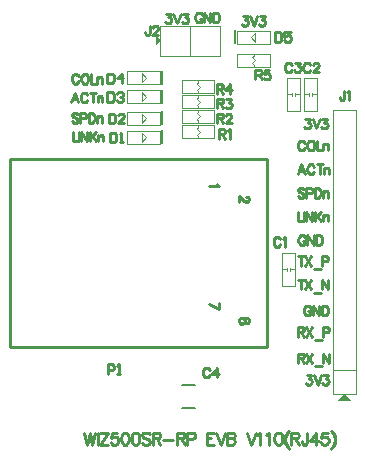
<source format=gto>
G04*
G04 #@! TF.GenerationSoftware,Altium Limited,Altium Designer,21.3.1 (25)*
G04*
G04 Layer_Color=65535*
%FSLAX44Y44*%
%MOMM*%
G71*
G04*
G04 #@! TF.SameCoordinates,1899EECA-0796-468C-8384-63A2F62C21E4*
G04*
G04*
G04 #@! TF.FilePolarity,Positive*
G04*
G01*
G75*
%ADD10C,0.2540*%
%ADD11C,0.2000*%
%ADD12C,0.1000*%
%ADD13C,0.2500*%
%ADD14R,0.2410X1.2000*%
G36*
X235000Y100000D02*
X245000D01*
X240000Y105000D01*
X235000Y100000D01*
D02*
G37*
G36*
X84120Y404320D02*
X80720Y407720D01*
Y400920D01*
X84120Y404320D01*
D02*
G37*
D10*
X-42900Y144500D02*
X174300D01*
X-42900Y303500D02*
X174300D01*
Y144500D02*
Y303500D01*
X-42900Y144500D02*
Y303500D01*
D11*
X102749Y93251D02*
X113749D01*
X102749Y112251D02*
X113749D01*
D12*
X148751Y401251D02*
Y412251D01*
Y401251D02*
X176751D01*
X164529Y402941D02*
Y410561D01*
X160719Y406751D02*
X164529Y410561D01*
X160719Y406751D02*
X164529Y402941D01*
X176751Y401251D02*
Y412251D01*
X148751D02*
X176751D01*
X84249Y332749D02*
Y343749D01*
X56249D02*
X84249D01*
X68471Y334439D02*
Y342059D01*
Y334439D02*
X72281Y338249D01*
X68471Y342059D02*
X72281Y338249D01*
X56249Y332749D02*
Y343749D01*
Y332749D02*
X84249D01*
X84249Y316749D02*
Y327749D01*
X56249D02*
X84249D01*
X68471Y318439D02*
Y326059D01*
Y318439D02*
X72281Y322249D01*
X68471Y326059D02*
X72281Y322249D01*
X56249Y316749D02*
Y327749D01*
Y316749D02*
X84249D01*
X84249Y350749D02*
Y361749D01*
X56249D02*
X84249D01*
X68471Y352439D02*
Y360059D01*
Y352439D02*
X72281Y356249D01*
X68471Y360059D02*
X72281Y356249D01*
X56249Y350749D02*
Y361749D01*
Y350749D02*
X84249D01*
X84249Y366749D02*
Y377749D01*
X56249D02*
X84249D01*
X68471Y368439D02*
Y376059D01*
Y368439D02*
X72281Y372249D01*
X68471Y376059D02*
X72281Y372249D01*
X56249Y366749D02*
Y377749D01*
Y366749D02*
X84249D01*
X202484Y344527D02*
Y372277D01*
X191484Y344527D02*
X202484D01*
X199484Y372277D02*
X202484D01*
X191484Y344527D02*
Y372277D01*
X194484D01*
X193984D02*
X199984D01*
X195714Y357257D02*
Y359797D01*
X198254Y357257D02*
Y359797D01*
X191609Y358527D02*
X195714D01*
X198254D02*
X202359D01*
X205790Y344710D02*
Y372460D01*
X216790D01*
X205790Y344710D02*
X208790D01*
X216790D02*
Y372460D01*
X213790Y344710D02*
X216790D01*
X208290D02*
X214290D01*
X212560Y357190D02*
Y359730D01*
X210020Y357190D02*
Y359730D01*
X212560Y358460D02*
X216665D01*
X205915D02*
X210020D01*
X187516Y196471D02*
Y224221D01*
X198516D01*
X187516Y196471D02*
X190516D01*
X198516D02*
Y224221D01*
X195516Y196471D02*
X198516D01*
X190016D02*
X196016D01*
X194286Y208951D02*
Y211491D01*
X191746Y208951D02*
Y211491D01*
X194286Y210221D02*
X198391D01*
X187641D02*
X191746D01*
X149249Y381749D02*
X176999D01*
X149249D02*
Y392749D01*
X176999Y381749D02*
Y384749D01*
X163249Y381749D02*
Y383539D01*
X161979Y384709D02*
X163249Y383439D01*
X149249Y392749D02*
X176999D01*
X163249Y391059D02*
Y392749D01*
X176999Y389749D02*
Y392749D01*
Y384249D02*
Y390249D01*
X161979Y389789D02*
X163249Y391059D01*
X161979Y389789D02*
X164519Y387249D01*
X161979Y384709D02*
X164519Y387249D01*
X102249Y334249D02*
X129999D01*
X102249D02*
Y345249D01*
X129999Y334249D02*
Y337249D01*
X116249Y334249D02*
Y336039D01*
X114979Y337209D02*
X116249Y335939D01*
X102249Y345249D02*
X129999D01*
X116249Y343559D02*
Y345249D01*
X129999Y342249D02*
Y345249D01*
Y336749D02*
Y342749D01*
X114979Y342289D02*
X116249Y343559D01*
X114979Y342289D02*
X117519Y339749D01*
X114979Y337209D02*
X117519Y339749D01*
X84320Y391220D02*
Y416620D01*
Y403920D02*
Y404320D01*
X135120Y391220D02*
Y416620D01*
X84320Y391220D02*
X135120D01*
X109720D02*
Y416620D01*
X84320D02*
X135120D01*
X84120Y404320D02*
X84320D01*
X80720Y407920D02*
X84320Y404320D01*
X80720Y400920D02*
X84120Y404320D01*
X80720Y400920D02*
Y407920D01*
X230000Y125000D02*
X250000D01*
X240000Y105000D02*
X245000Y100000D01*
X235000D02*
X245000D01*
X235000D02*
X240000Y105000D01*
Y105000D01*
X230000Y345000D02*
X250000D01*
X250000Y105000D02*
Y345000D01*
X230000Y105000D02*
Y345000D01*
Y105000D02*
X250000D01*
X114979Y362209D02*
X117519Y364749D01*
X114979Y367289D02*
X117519Y364749D01*
X114979Y367289D02*
X116249Y368559D01*
X129999Y361749D02*
Y367749D01*
Y367249D02*
Y370249D01*
X116249Y368559D02*
Y370249D01*
X102249D02*
X129999D01*
X114979Y362209D02*
X116249Y360939D01*
Y359249D02*
Y361039D01*
X129999Y359249D02*
Y362249D01*
X102249Y359249D02*
Y370249D01*
Y359249D02*
X129999D01*
X114979Y349709D02*
X117519Y352249D01*
X114979Y354789D02*
X117519Y352249D01*
X114979Y354789D02*
X116249Y356059D01*
X129999Y349249D02*
Y355249D01*
Y354749D02*
Y357749D01*
X116249Y356059D02*
Y357749D01*
X102249D02*
X129999D01*
X114979Y349709D02*
X116249Y348439D01*
Y346749D02*
Y348539D01*
X129999Y346749D02*
Y349749D01*
X102249Y346749D02*
Y357749D01*
Y346749D02*
X129999D01*
X114979Y324209D02*
X117519Y326749D01*
X114979Y329289D02*
X117519Y326749D01*
X114979Y329289D02*
X116249Y330559D01*
X129999Y323749D02*
Y329749D01*
Y329249D02*
Y332249D01*
X116249Y330559D02*
Y332249D01*
X102249D02*
X129999D01*
X114979Y324209D02*
X116249Y322939D01*
Y321249D02*
Y323039D01*
X129999Y321249D02*
Y324249D01*
X102249Y321249D02*
Y332249D01*
Y321249D02*
X129999D01*
D13*
X39668Y122001D02*
Y129999D01*
X43667D01*
X45000Y128666D01*
Y126000D01*
X43667Y124667D01*
X39668D01*
X47666Y122001D02*
X50332D01*
X48999D01*
Y129999D01*
X47666Y128666D01*
X132065Y282420D02*
X132446Y281658D01*
X133588Y280516D01*
X125590D01*
X157084Y271879D02*
X157465D01*
X158227Y271498D01*
X158607Y271117D01*
X158988Y270356D01*
Y268832D01*
X158607Y268070D01*
X158227Y267690D01*
X157465Y267309D01*
X156703D01*
X155941Y267690D01*
X154799Y268451D01*
X150990Y272260D01*
Y266928D01*
X158988Y167486D02*
X158607Y168628D01*
X157846Y169009D01*
X157084D01*
X156322Y168628D01*
X155941Y167866D01*
X155560Y166343D01*
X155180Y165200D01*
X154418Y164439D01*
X153656Y164058D01*
X152514D01*
X151752Y164439D01*
X151371Y164820D01*
X150990Y165962D01*
Y167486D01*
X151371Y168628D01*
X151752Y169009D01*
X152514Y169390D01*
X153656D01*
X154418Y169009D01*
X155180Y168247D01*
X155560Y167105D01*
X155941Y165581D01*
X156322Y164820D01*
X157084Y164439D01*
X157846D01*
X158607Y164820D01*
X158988Y165962D01*
Y167486D01*
X133588Y176758D02*
X125590Y180567D01*
X133588Y182090D02*
Y176758D01*
X10012Y326500D02*
Y318502D01*
X14583D01*
X15459Y326500D02*
Y318502D01*
X17135Y326500D02*
Y318502D01*
Y326500D02*
X22467Y318502D01*
Y326500D02*
Y318502D01*
X24676Y326500D02*
Y318502D01*
X30008Y326500D02*
X24676Y321168D01*
X26580Y323072D02*
X30008Y318502D01*
X31798Y323834D02*
Y318502D01*
Y322310D02*
X32941Y323453D01*
X33702Y323834D01*
X34845D01*
X35607Y323453D01*
X35988Y322310D01*
Y318502D01*
X206973Y337500D02*
X211163D01*
X208878Y334453D01*
X210020D01*
X210782Y334072D01*
X211163Y333691D01*
X211544Y332549D01*
Y331787D01*
X211163Y330644D01*
X210401Y329883D01*
X209259Y329502D01*
X208116D01*
X206973Y329883D01*
X206593Y330263D01*
X206212Y331025D01*
X213334Y337500D02*
X216381Y329502D01*
X219428Y337500D02*
X216381Y329502D01*
X221218Y337500D02*
X225408D01*
X223122Y334453D01*
X224265D01*
X225027Y334072D01*
X225408Y333691D01*
X225788Y332549D01*
Y331787D01*
X225408Y330644D01*
X224646Y329883D01*
X223503Y329502D01*
X222361D01*
X221218Y329883D01*
X220837Y330263D01*
X220456Y331025D01*
X153973Y424500D02*
X158163D01*
X155878Y421453D01*
X157020D01*
X157782Y421072D01*
X158163Y420691D01*
X158544Y419549D01*
Y418787D01*
X158163Y417644D01*
X157401Y416883D01*
X156259Y416502D01*
X155116D01*
X153973Y416883D01*
X153593Y417263D01*
X153212Y418025D01*
X160334Y424500D02*
X163381Y416502D01*
X166428Y424500D02*
X163381Y416502D01*
X168218Y424500D02*
X172407D01*
X170122Y421453D01*
X171265D01*
X172027Y421072D01*
X172407Y420691D01*
X172788Y419549D01*
Y418787D01*
X172407Y417644D01*
X171646Y416883D01*
X170503Y416502D01*
X169361D01*
X168218Y416883D01*
X167837Y417263D01*
X167456Y418025D01*
X14554Y341357D02*
X13792Y342119D01*
X12650Y342500D01*
X11126D01*
X9984Y342119D01*
X9222Y341357D01*
Y340596D01*
X9603Y339834D01*
X9984Y339453D01*
X10745Y339072D01*
X13031Y338310D01*
X13792Y337930D01*
X14173Y337549D01*
X14554Y336787D01*
Y335644D01*
X13792Y334883D01*
X12650Y334502D01*
X11126D01*
X9984Y334883D01*
X9222Y335644D01*
X16344Y338310D02*
X19772D01*
X20914Y338691D01*
X21295Y339072D01*
X21676Y339834D01*
Y340976D01*
X21295Y341738D01*
X20914Y342119D01*
X19772Y342500D01*
X16344D01*
Y334502D01*
X23466Y342500D02*
Y334502D01*
Y342500D02*
X26133D01*
X27275Y342119D01*
X28037Y341357D01*
X28418Y340596D01*
X28799Y339453D01*
Y337549D01*
X28418Y336406D01*
X28037Y335644D01*
X27275Y334883D01*
X26133Y334502D01*
X23466D01*
X30589Y339834D02*
Y334502D01*
Y338310D02*
X31731Y339453D01*
X32493Y339834D01*
X33636D01*
X34397Y339453D01*
X34778Y338310D01*
Y334502D01*
X14935Y373596D02*
X14554Y374357D01*
X13792Y375119D01*
X13031Y375500D01*
X11507D01*
X10745Y375119D01*
X9984Y374357D01*
X9603Y373596D01*
X9222Y372453D01*
Y370549D01*
X9603Y369406D01*
X9984Y368644D01*
X10745Y367883D01*
X11507Y367502D01*
X13031D01*
X13792Y367883D01*
X14554Y368644D01*
X14935Y369406D01*
X19467Y375500D02*
X18706Y375119D01*
X17944Y374357D01*
X17563Y373596D01*
X17182Y372453D01*
Y370549D01*
X17563Y369406D01*
X17944Y368644D01*
X18706Y367883D01*
X19467Y367502D01*
X20991D01*
X21753Y367883D01*
X22514Y368644D01*
X22895Y369406D01*
X23276Y370549D01*
Y372453D01*
X22895Y373596D01*
X22514Y374357D01*
X21753Y375119D01*
X20991Y375500D01*
X19467D01*
X25142D02*
Y367502D01*
X29713D01*
X30589Y372834D02*
Y367502D01*
Y371310D02*
X31731Y372453D01*
X32493Y372834D01*
X33636D01*
X34397Y372453D01*
X34778Y371310D01*
Y367502D01*
X14897Y351502D02*
X11850Y359500D01*
X8803Y351502D01*
X9945Y354168D02*
X13754D01*
X22476Y357596D02*
X22095Y358357D01*
X21333Y359119D01*
X20572Y359500D01*
X19048D01*
X18286Y359119D01*
X17525Y358357D01*
X17144Y357596D01*
X16763Y356453D01*
Y354549D01*
X17144Y353406D01*
X17525Y352644D01*
X18286Y351883D01*
X19048Y351502D01*
X20572D01*
X21333Y351883D01*
X22095Y352644D01*
X22476Y353406D01*
X27389Y359500D02*
Y351502D01*
X24723Y359500D02*
X30055D01*
X31008Y356834D02*
Y351502D01*
Y355310D02*
X32150Y356453D01*
X32912Y356834D01*
X34055D01*
X34816Y356453D01*
X35197Y355310D01*
Y351502D01*
X88973Y426500D02*
X93163D01*
X90878Y423453D01*
X92020D01*
X92782Y423072D01*
X93163Y422691D01*
X93544Y421549D01*
Y420787D01*
X93163Y419644D01*
X92401Y418883D01*
X91259Y418502D01*
X90116D01*
X88973Y418883D01*
X88593Y419263D01*
X88212Y420025D01*
X95334Y426500D02*
X98381Y418502D01*
X101428Y426500D02*
X98381Y418502D01*
X103218Y426500D02*
X107408D01*
X105122Y423453D01*
X106265D01*
X107027Y423072D01*
X107408Y422691D01*
X107788Y421549D01*
Y420787D01*
X107408Y419644D01*
X106646Y418883D01*
X105503Y418502D01*
X104361D01*
X103218Y418883D01*
X102837Y419263D01*
X102456Y420025D01*
X119506Y425596D02*
X119125Y426357D01*
X118363Y427119D01*
X117601Y427500D01*
X116078D01*
X115316Y427119D01*
X114554Y426357D01*
X114173Y425596D01*
X113793Y424453D01*
Y422549D01*
X114173Y421406D01*
X114554Y420644D01*
X115316Y419883D01*
X116078Y419502D01*
X117601D01*
X118363Y419883D01*
X119125Y420644D01*
X119506Y421406D01*
Y422549D01*
X117601D02*
X119506D01*
X121334Y427500D02*
Y419502D01*
Y427500D02*
X126666Y419502D01*
Y427500D02*
Y419502D01*
X128875Y427500D02*
Y419502D01*
Y427500D02*
X131541D01*
X132684Y427119D01*
X133446Y426357D01*
X133827Y425596D01*
X134207Y424453D01*
Y422549D01*
X133827Y421406D01*
X133446Y420644D01*
X132684Y419883D01*
X131541Y419502D01*
X128875D01*
X19500Y71831D02*
X21880Y61833D01*
X24261Y71831D02*
X21880Y61833D01*
X24261Y71831D02*
X26641Y61833D01*
X29022Y71831D02*
X26641Y61833D01*
X31021Y71831D02*
Y61833D01*
X39781Y71831D02*
X33116Y61833D01*
Y71831D02*
X39781D01*
X33116Y61833D02*
X39781D01*
X47732Y71831D02*
X42971D01*
X42495Y67546D01*
X42971Y68022D01*
X44399Y68498D01*
X45828D01*
X47256Y68022D01*
X48208Y67070D01*
X48684Y65641D01*
Y64689D01*
X48208Y63261D01*
X47256Y62309D01*
X45828Y61833D01*
X44399D01*
X42971Y62309D01*
X42495Y62785D01*
X42019Y63737D01*
X53778Y71831D02*
X52350Y71354D01*
X51398Y69926D01*
X50922Y67546D01*
Y66117D01*
X51398Y63737D01*
X52350Y62309D01*
X53778Y61833D01*
X54731D01*
X56159Y62309D01*
X57111Y63737D01*
X57587Y66117D01*
Y67546D01*
X57111Y69926D01*
X56159Y71354D01*
X54731Y71831D01*
X53778D01*
X62681D02*
X61253Y71354D01*
X60301Y69926D01*
X59825Y67546D01*
Y66117D01*
X60301Y63737D01*
X61253Y62309D01*
X62681Y61833D01*
X63633D01*
X65062Y62309D01*
X66014Y63737D01*
X66490Y66117D01*
Y67546D01*
X66014Y69926D01*
X65062Y71354D01*
X63633Y71831D01*
X62681D01*
X75393Y70402D02*
X74441Y71354D01*
X73012Y71831D01*
X71108D01*
X69680Y71354D01*
X68727Y70402D01*
Y69450D01*
X69204Y68498D01*
X69680Y68022D01*
X70632Y67546D01*
X73488Y66593D01*
X74441Y66117D01*
X74917Y65641D01*
X75393Y64689D01*
Y63261D01*
X74441Y62309D01*
X73012Y61833D01*
X71108D01*
X69680Y62309D01*
X68727Y63261D01*
X77630Y71831D02*
Y61833D01*
Y71831D02*
X81915D01*
X83343Y71354D01*
X83820Y70878D01*
X84296Y69926D01*
Y68974D01*
X83820Y68022D01*
X83343Y67546D01*
X81915Y67070D01*
X77630D01*
X80963D02*
X84296Y61833D01*
X86533Y66117D02*
X95103D01*
X98055Y71831D02*
Y61833D01*
Y71831D02*
X102339D01*
X103768Y71354D01*
X104244Y70878D01*
X104720Y69926D01*
Y68974D01*
X104244Y68022D01*
X103768Y67546D01*
X102339Y67070D01*
X98055D01*
X101387D02*
X104720Y61833D01*
X106957Y66593D02*
X111242D01*
X112670Y67070D01*
X113146Y67546D01*
X113623Y68498D01*
Y69926D01*
X113146Y70878D01*
X112670Y71354D01*
X111242Y71831D01*
X106957D01*
Y61833D01*
X129905Y71831D02*
X123716D01*
Y61833D01*
X129905D01*
X123716Y67070D02*
X127524D01*
X131571Y71831D02*
X135380Y61833D01*
X139189Y71831D02*
X135380Y61833D01*
X140474Y71831D02*
Y61833D01*
Y71831D02*
X144759D01*
X146187Y71354D01*
X146663Y70878D01*
X147139Y69926D01*
Y68974D01*
X146663Y68022D01*
X146187Y67546D01*
X144759Y67070D01*
X140474D02*
X144759D01*
X146187Y66593D01*
X146663Y66117D01*
X147139Y65165D01*
Y63737D01*
X146663Y62785D01*
X146187Y62309D01*
X144759Y61833D01*
X140474D01*
X157232Y71831D02*
X161041Y61833D01*
X164850Y71831D02*
X161041Y61833D01*
X166135Y69926D02*
X167087Y70402D01*
X168516Y71831D01*
Y61833D01*
X173467Y69926D02*
X174419Y70402D01*
X175847Y71831D01*
Y61833D01*
X183655Y71831D02*
X182227Y71354D01*
X181275Y69926D01*
X180799Y67546D01*
Y66117D01*
X181275Y63737D01*
X182227Y62309D01*
X183655Y61833D01*
X184607D01*
X186036Y62309D01*
X186988Y63737D01*
X187464Y66117D01*
Y67546D01*
X186988Y69926D01*
X186036Y71354D01*
X184607Y71831D01*
X183655D01*
X193034Y73735D02*
X192082Y72783D01*
X191130Y71354D01*
X190178Y69450D01*
X189702Y67070D01*
Y65165D01*
X190178Y62785D01*
X191130Y60880D01*
X192082Y59452D01*
X193034Y58500D01*
X192082Y72783D02*
X191130Y70878D01*
X190654Y69450D01*
X190178Y67070D01*
Y65165D01*
X190654Y62785D01*
X191130Y61357D01*
X192082Y59452D01*
X194939Y71831D02*
Y61833D01*
Y71831D02*
X199223D01*
X200652Y71354D01*
X201128Y70878D01*
X201604Y69926D01*
Y68974D01*
X201128Y68022D01*
X200652Y67546D01*
X199223Y67070D01*
X194939D01*
X198271D02*
X201604Y61833D01*
X208602Y71831D02*
Y64213D01*
X208126Y62785D01*
X207650Y62309D01*
X206698Y61833D01*
X205746D01*
X204793Y62309D01*
X204317Y62785D01*
X203841Y64213D01*
Y65165D01*
X215934Y71831D02*
X211173Y65165D01*
X218314D01*
X215934Y71831D02*
Y61833D01*
X225789Y71831D02*
X221028D01*
X220552Y67546D01*
X221028Y68022D01*
X222456Y68498D01*
X223885D01*
X225313Y68022D01*
X226265Y67070D01*
X226741Y65641D01*
Y64689D01*
X226265Y63261D01*
X225313Y62309D01*
X223885Y61833D01*
X222456D01*
X221028Y62309D01*
X220552Y62785D01*
X220076Y63737D01*
X228979Y73735D02*
X229931Y72783D01*
X230883Y71354D01*
X231835Y69450D01*
X232311Y67070D01*
Y65165D01*
X231835Y62785D01*
X230883Y60880D01*
X229931Y59452D01*
X228979Y58500D01*
X229931Y72783D02*
X230883Y70878D01*
X231359Y69450D01*
X231835Y67070D01*
Y65165D01*
X231359Y62785D01*
X230883Y61357D01*
X229931Y59452D01*
X200497Y138665D02*
Y130667D01*
Y138665D02*
X203925D01*
X205067Y138284D01*
X205448Y137903D01*
X205829Y137141D01*
Y136380D01*
X205448Y135618D01*
X205067Y135237D01*
X203925Y134856D01*
X200497D01*
X203163D02*
X205829Y130667D01*
X207619Y138665D02*
X212951Y130667D01*
Y138665D02*
X207619Y130667D01*
X214741Y128000D02*
X220835D01*
X221864Y138665D02*
Y130667D01*
Y138665D02*
X227196Y130667D01*
Y138665D02*
Y130667D01*
X200497Y161165D02*
Y153167D01*
Y161165D02*
X203925D01*
X205067Y160784D01*
X205448Y160403D01*
X205829Y159641D01*
Y158880D01*
X205448Y158118D01*
X205067Y157737D01*
X203925Y157356D01*
X200497D01*
X203163D02*
X205829Y153167D01*
X207619Y161165D02*
X212951Y153167D01*
Y161165D02*
X207619Y153167D01*
X214741Y150500D02*
X220835D01*
X221864Y156975D02*
X225292D01*
X226434Y157356D01*
X226815Y157737D01*
X227196Y158499D01*
Y159641D01*
X226815Y160403D01*
X226434Y160784D01*
X225292Y161165D01*
X221864D01*
Y153167D01*
X211506Y177596D02*
X211125Y178357D01*
X210363Y179119D01*
X209601Y179500D01*
X208078D01*
X207316Y179119D01*
X206554Y178357D01*
X206173Y177596D01*
X205793Y176453D01*
Y174549D01*
X206173Y173406D01*
X206554Y172644D01*
X207316Y171883D01*
X208078Y171502D01*
X209601D01*
X210363Y171883D01*
X211125Y172644D01*
X211506Y173406D01*
Y174549D01*
X209601D02*
X211506D01*
X213334Y179500D02*
Y171502D01*
Y179500D02*
X218666Y171502D01*
Y179500D02*
Y171502D01*
X220875Y179500D02*
Y171502D01*
Y179500D02*
X223541D01*
X224684Y179119D01*
X225446Y178357D01*
X225826Y177596D01*
X226207Y176453D01*
Y174549D01*
X225826Y173406D01*
X225446Y172644D01*
X224684Y171883D01*
X223541Y171502D01*
X220875D01*
X203242Y201165D02*
Y193167D01*
X200576Y201165D02*
X205908D01*
X206860D02*
X212192Y193167D01*
Y201165D02*
X206860Y193167D01*
X213982Y190500D02*
X220076D01*
X221104Y201165D02*
Y193167D01*
Y201165D02*
X226437Y193167D01*
Y201165D02*
Y193167D01*
X207973Y120500D02*
X212163D01*
X209878Y117453D01*
X211020D01*
X211782Y117072D01*
X212163Y116691D01*
X212544Y115549D01*
Y114787D01*
X212163Y113644D01*
X211401Y112883D01*
X210259Y112502D01*
X209116D01*
X207973Y112883D01*
X207593Y113264D01*
X207212Y114025D01*
X214334Y120500D02*
X217381Y112502D01*
X220428Y120500D02*
X217381Y112502D01*
X222218Y120500D02*
X226408D01*
X224122Y117453D01*
X225265D01*
X226027Y117072D01*
X226408Y116691D01*
X226788Y115549D01*
Y114787D01*
X226408Y113644D01*
X225646Y112883D01*
X224503Y112502D01*
X223361D01*
X222218Y112883D01*
X221837Y113264D01*
X221456Y114025D01*
X206317Y317094D02*
X205936Y317856D01*
X205175Y318618D01*
X204413Y318999D01*
X202889D01*
X202128Y318618D01*
X201366Y317856D01*
X200985Y317094D01*
X200604Y315952D01*
Y314047D01*
X200985Y312905D01*
X201366Y312143D01*
X202128Y311381D01*
X202889Y311000D01*
X204413D01*
X205175Y311381D01*
X205936Y312143D01*
X206317Y312905D01*
X210849Y318999D02*
X210088Y318618D01*
X209326Y317856D01*
X208945Y317094D01*
X208564Y315952D01*
Y314047D01*
X208945Y312905D01*
X209326Y312143D01*
X210088Y311381D01*
X210849Y311000D01*
X212373D01*
X213135Y311381D01*
X213897Y312143D01*
X214277Y312905D01*
X214658Y314047D01*
Y315952D01*
X214277Y317094D01*
X213897Y317856D01*
X213135Y318618D01*
X212373Y318999D01*
X210849D01*
X216525D02*
Y311000D01*
X221095D01*
X221971Y316332D02*
Y311000D01*
Y314809D02*
X223113Y315952D01*
X223875Y316332D01*
X225018D01*
X225780Y315952D01*
X226161Y314809D01*
Y311000D01*
X203242Y221165D02*
Y213167D01*
X200576Y221165D02*
X205908D01*
X206860D02*
X212192Y213167D01*
Y221165D02*
X206860Y213167D01*
X213982Y210500D02*
X220076D01*
X221104Y216975D02*
X224532D01*
X225675Y217356D01*
X226056Y217737D01*
X226437Y218499D01*
Y219641D01*
X226056Y220403D01*
X225675Y220784D01*
X224532Y221165D01*
X221104D01*
Y213167D01*
X206799Y237094D02*
X206418Y237856D01*
X205657Y238618D01*
X204895Y238999D01*
X203371D01*
X202610Y238618D01*
X201848Y237856D01*
X201467Y237094D01*
X201086Y235952D01*
Y234047D01*
X201467Y232905D01*
X201848Y232143D01*
X202610Y231381D01*
X203371Y231000D01*
X204895D01*
X205657Y231381D01*
X206418Y232143D01*
X206799Y232905D01*
Y234047D01*
X204895D02*
X206799D01*
X208627Y238999D02*
Y231000D01*
Y238999D02*
X213960Y231000D01*
Y238999D02*
Y231000D01*
X216169Y238999D02*
Y231000D01*
Y238999D02*
X218835D01*
X219977Y238618D01*
X220739Y237856D01*
X221120Y237094D01*
X221501Y235952D01*
Y234047D01*
X221120Y232905D01*
X220739Y232143D01*
X219977Y231381D01*
X218835Y231000D01*
X216169D01*
X205936Y277856D02*
X205175Y278618D01*
X204032Y278999D01*
X202508D01*
X201366Y278618D01*
X200604Y277856D01*
Y277094D01*
X200985Y276332D01*
X201366Y275952D01*
X202128Y275571D01*
X204413Y274809D01*
X205175Y274428D01*
X205555Y274047D01*
X205936Y273286D01*
Y272143D01*
X205175Y271381D01*
X204032Y271000D01*
X202508D01*
X201366Y271381D01*
X200604Y272143D01*
X207726Y274809D02*
X211154D01*
X212297Y275190D01*
X212678Y275571D01*
X213059Y276332D01*
Y277475D01*
X212678Y278237D01*
X212297Y278618D01*
X211154Y278999D01*
X207726D01*
Y271000D01*
X214849Y278999D02*
Y271000D01*
Y278999D02*
X217515D01*
X218657Y278618D01*
X219419Y277856D01*
X219800Y277094D01*
X220181Y275952D01*
Y274047D01*
X219800Y272905D01*
X219419Y272143D01*
X218657Y271381D01*
X217515Y271000D01*
X214849D01*
X221971Y276332D02*
Y271000D01*
Y274809D02*
X223113Y275952D01*
X223875Y276332D01*
X225018D01*
X225780Y275952D01*
X226161Y274809D01*
Y271000D01*
X200565Y258999D02*
Y251000D01*
X205135D01*
X206011Y258999D02*
Y251000D01*
X207687Y258999D02*
Y251000D01*
Y258999D02*
X213019Y251000D01*
Y258999D02*
Y251000D01*
X215228Y258999D02*
Y251000D01*
X220560Y258999D02*
X215228Y253666D01*
X217133Y255571D02*
X220560Y251000D01*
X222351Y256332D02*
Y251000D01*
Y254809D02*
X223493Y255952D01*
X224255Y256332D01*
X225398D01*
X226159Y255952D01*
X226540Y254809D01*
Y251000D01*
X206619Y291000D02*
X203573Y298999D01*
X200525Y291000D01*
X201668Y293666D02*
X205477D01*
X214199Y297094D02*
X213818Y297856D01*
X213056Y298618D01*
X212294Y298999D01*
X210771D01*
X210009Y298618D01*
X209247Y297856D01*
X208867Y297094D01*
X208486Y295952D01*
Y294047D01*
X208867Y292905D01*
X209247Y292143D01*
X210009Y291381D01*
X210771Y291000D01*
X212294D01*
X213056Y291381D01*
X213818Y292143D01*
X214199Y292905D01*
X219112Y298999D02*
Y291000D01*
X216446Y298999D02*
X221778D01*
X222730Y296332D02*
Y291000D01*
Y294809D02*
X223873Y295952D01*
X224635Y296332D01*
X225777D01*
X226539Y295952D01*
X226920Y294809D01*
Y291000D01*
X125876Y125095D02*
X125496Y125857D01*
X124734Y126618D01*
X123972Y126999D01*
X122449D01*
X121687Y126618D01*
X120925Y125857D01*
X120544Y125095D01*
X120163Y123952D01*
Y122048D01*
X120544Y120905D01*
X120925Y120143D01*
X121687Y119382D01*
X122449Y119001D01*
X123972D01*
X124734Y119382D01*
X125496Y120143D01*
X125876Y120905D01*
X131932Y126999D02*
X128124Y121667D01*
X133837D01*
X131932Y126999D02*
Y119001D01*
X181336Y410999D02*
Y403001D01*
X185334D01*
X186667Y404334D01*
Y409666D01*
X185334Y410999D01*
X181336D01*
X194664D02*
X189333D01*
Y407000D01*
X191999Y408333D01*
X193332D01*
X194664Y407000D01*
Y404334D01*
X193332Y403001D01*
X190666D01*
X189333Y404334D01*
X39335Y375999D02*
Y368001D01*
X43334D01*
X44667Y369334D01*
Y374666D01*
X43334Y375999D01*
X39335D01*
X51332Y368001D02*
Y375999D01*
X47333Y372000D01*
X52664D01*
X39335Y359999D02*
Y352001D01*
X43334D01*
X44667Y353334D01*
Y358666D01*
X43334Y359999D01*
X39335D01*
X47333Y358666D02*
X48666Y359999D01*
X51332D01*
X52664Y358666D01*
Y357333D01*
X51332Y356000D01*
X49999D01*
X51332D01*
X52664Y354667D01*
Y353334D01*
X51332Y352001D01*
X48666D01*
X47333Y353334D01*
X40335Y341999D02*
Y334001D01*
X44334D01*
X45667Y335334D01*
Y340666D01*
X44334Y341999D01*
X40335D01*
X53664Y334001D02*
X48333D01*
X53664Y339333D01*
Y340666D01*
X52332Y341999D01*
X49666D01*
X48333Y340666D01*
X41668Y325999D02*
Y318001D01*
X45667D01*
X47000Y319334D01*
Y324666D01*
X45667Y325999D01*
X41668D01*
X49666Y318001D02*
X52332D01*
X50999D01*
Y325999D01*
X49666Y324666D01*
X132273Y342000D02*
Y334002D01*
Y342000D02*
X135701D01*
X136843Y341619D01*
X137224Y341238D01*
X137605Y340476D01*
Y339715D01*
X137224Y338953D01*
X136843Y338572D01*
X135701Y338191D01*
X132273D01*
X134939D02*
X137605Y334002D01*
X139776Y340096D02*
Y340476D01*
X140157Y341238D01*
X140538Y341619D01*
X141299Y342000D01*
X142823D01*
X143585Y341619D01*
X143966Y341238D01*
X144346Y340476D01*
Y339715D01*
X143966Y338953D01*
X143204Y337810D01*
X139395Y334002D01*
X144727D01*
X164773Y378999D02*
Y371001D01*
Y378999D02*
X168201D01*
X169343Y378618D01*
X169724Y378237D01*
X170105Y377476D01*
Y376714D01*
X169724Y375952D01*
X169343Y375571D01*
X168201Y375190D01*
X164773D01*
X167439D02*
X170105Y371001D01*
X176465Y378999D02*
X172657D01*
X172276Y375571D01*
X172657Y375952D01*
X173799Y376333D01*
X174942D01*
X176085Y375952D01*
X176846Y375190D01*
X177227Y374048D01*
Y373286D01*
X176846Y372144D01*
X176085Y371382D01*
X174942Y371001D01*
X173799D01*
X172657Y371382D01*
X172276Y371763D01*
X171895Y372524D01*
X132082Y367000D02*
Y359002D01*
Y367000D02*
X135510D01*
X136653Y366619D01*
X137034Y366238D01*
X137415Y365476D01*
Y364715D01*
X137034Y363953D01*
X136653Y363572D01*
X135510Y363191D01*
X132082D01*
X134748D02*
X137415Y359002D01*
X143013Y367000D02*
X139205Y361668D01*
X144918D01*
X143013Y367000D02*
Y359002D01*
X132273Y354500D02*
Y346502D01*
Y354500D02*
X135701D01*
X136843Y354119D01*
X137224Y353738D01*
X137605Y352976D01*
Y352215D01*
X137224Y351453D01*
X136843Y351072D01*
X135701Y350691D01*
X132273D01*
X134939D02*
X137605Y346502D01*
X140157Y354500D02*
X144346D01*
X142061Y351453D01*
X143204D01*
X143966Y351072D01*
X144346Y350691D01*
X144727Y349549D01*
Y348787D01*
X144346Y347644D01*
X143585Y346883D01*
X142442Y346502D01*
X141299D01*
X140157Y346883D01*
X139776Y347263D01*
X139395Y348025D01*
X133987Y329000D02*
Y321002D01*
Y329000D02*
X137415D01*
X138557Y328619D01*
X138938Y328238D01*
X139319Y327477D01*
Y326715D01*
X138938Y325953D01*
X138557Y325572D01*
X137415Y325191D01*
X133987D01*
X136653D02*
X139319Y321002D01*
X141109Y327477D02*
X141871Y327857D01*
X143013Y329000D01*
Y321002D01*
X239924Y361500D02*
Y355406D01*
X239543Y354263D01*
X239162Y353883D01*
X238400Y353502D01*
X237639D01*
X236877Y353883D01*
X236496Y354263D01*
X236115Y355406D01*
Y356168D01*
X241980Y359977D02*
X242742Y360357D01*
X243885Y361500D01*
Y353502D01*
X75210Y416500D02*
Y410406D01*
X74829Y409263D01*
X74448Y408883D01*
X73686Y408502D01*
X72925D01*
X72163Y408883D01*
X71782Y409263D01*
X71401Y410406D01*
Y411168D01*
X77648Y414596D02*
Y414977D01*
X78028Y415738D01*
X78409Y416119D01*
X79171Y416500D01*
X80695D01*
X81456Y416119D01*
X81837Y415738D01*
X82218Y414977D01*
Y414215D01*
X81837Y413453D01*
X81075Y412310D01*
X77267Y408502D01*
X82599D01*
X195436Y383330D02*
X195055Y384092D01*
X194294Y384853D01*
X193532Y385234D01*
X192008D01*
X191247Y384853D01*
X190485Y384092D01*
X190104Y383330D01*
X189723Y382187D01*
Y380283D01*
X190104Y379140D01*
X190485Y378379D01*
X191247Y377617D01*
X192008Y377236D01*
X193532D01*
X194294Y377617D01*
X195055Y378379D01*
X195436Y379140D01*
X198445Y385234D02*
X202635D01*
X200349Y382187D01*
X201492D01*
X202254Y381806D01*
X202635Y381426D01*
X203015Y380283D01*
Y379521D01*
X202635Y378379D01*
X201873Y377617D01*
X200730Y377236D01*
X199588D01*
X198445Y377617D01*
X198064Y377998D01*
X197683Y378759D01*
X185781Y235596D02*
X185400Y236357D01*
X184638Y237119D01*
X183876Y237500D01*
X182353D01*
X181591Y237119D01*
X180830Y236357D01*
X180449Y235596D01*
X180068Y234453D01*
Y232549D01*
X180449Y231406D01*
X180830Y230644D01*
X181591Y229883D01*
X182353Y229502D01*
X183876D01*
X184638Y229883D01*
X185400Y230644D01*
X185781Y231406D01*
X188028Y235977D02*
X188790Y236357D01*
X189932Y237500D01*
Y229502D01*
X210996Y383080D02*
X210615Y383842D01*
X209854Y384603D01*
X209092Y384984D01*
X207568D01*
X206807Y384603D01*
X206045Y383842D01*
X205664Y383080D01*
X205283Y381937D01*
Y380033D01*
X205664Y378890D01*
X206045Y378129D01*
X206807Y377367D01*
X207568Y376986D01*
X209092D01*
X209854Y377367D01*
X210615Y378129D01*
X210996Y378890D01*
X213624Y383080D02*
Y383461D01*
X214005Y384223D01*
X214386Y384603D01*
X215148Y384984D01*
X216671D01*
X217433Y384603D01*
X217814Y384223D01*
X218195Y383461D01*
Y382699D01*
X217814Y381937D01*
X217052Y380795D01*
X213243Y376986D01*
X218576D01*
D14*
X147446Y406750D02*
D03*
X85554Y338249D02*
D03*
X85554Y322249D02*
D03*
X85554Y356249D02*
D03*
X85554Y372249D02*
D03*
M02*

</source>
